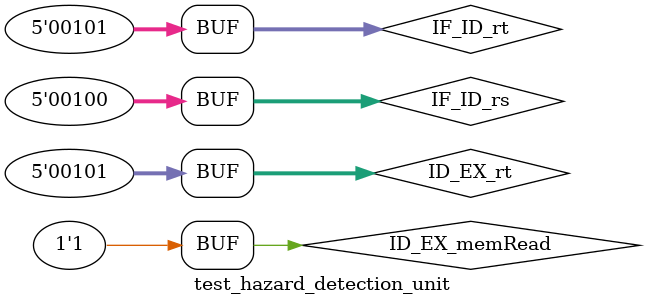
<source format=v>
`timescale 1ns / 1ps

module test_hazard_detection_unit;
  reg ID_EX_memRead;
  reg [4:0] ID_EX_rt;
  reg [4:0] IF_ID_rs;
  reg [4:0] IF_ID_rt;
  wire PCWrite;
  wire IF_IDWrite;
  wire memRegWriteSelection;

  hazard_detection_unit u1 (
      .ID_EX_memRead(ID_EX_memRead),
      .ID_EX_rt(ID_EX_rt),
      .IF_ID_rs(IF_ID_rs),
      .IF_ID_rt(IF_ID_rt),
      .PCWrite(PCWrite),
      .IF_IDWrite(IF_IDWrite),
      .memRegWriteSelection(memRegWriteSelection)
  );

  initial begin
    ID_EX_memRead = 0;
    ID_EX_rt = 5'b00000;
    IF_ID_rs = 5'b00000;
    IF_ID_rt = 5'b00000;
    #10;
    ID_EX_memRead = 1;
    ID_EX_rt = 5'b00001;
    IF_ID_rs = 5'b00001;
    IF_ID_rt = 5'b00010;
    #10;
    ID_EX_rt = 5'b00010;
    IF_ID_rs = 5'b00001;
    IF_ID_rt = 5'b00010;
    #10;
    ID_EX_memRead = 0;
    ID_EX_rt = 5'b00011;
    IF_ID_rs = 5'b00100;
    IF_ID_rt = 5'b00101;
    #10;
    ID_EX_memRead = 1;
    ID_EX_rt = 5'b00100;
    IF_ID_rs = 5'b00100;
    IF_ID_rt = 5'b00101;
    #10;
    ID_EX_rt = 5'b00101;
    IF_ID_rs = 5'b00100;
    IF_ID_rt = 5'b00101;
    #10;
  end
endmodule

</source>
